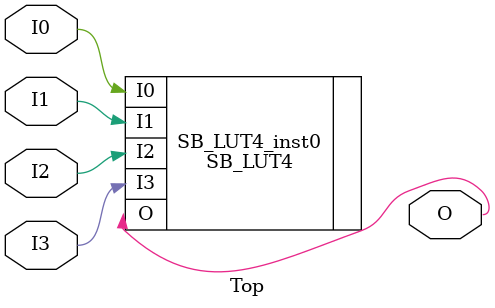
<source format=v>

module Top(
  input  I0,
         I1,
         I2,
         I3,
  output O
);

  SB_LUT4 #(
    .LUT_INIT(48879)
  ) SB_LUT4_inst0 (
    .I0 (I0),
    .I1 (I1),
    .I2 (I2),
    .I3 (I3),
    .O  (O)
  );
endmodule


</source>
